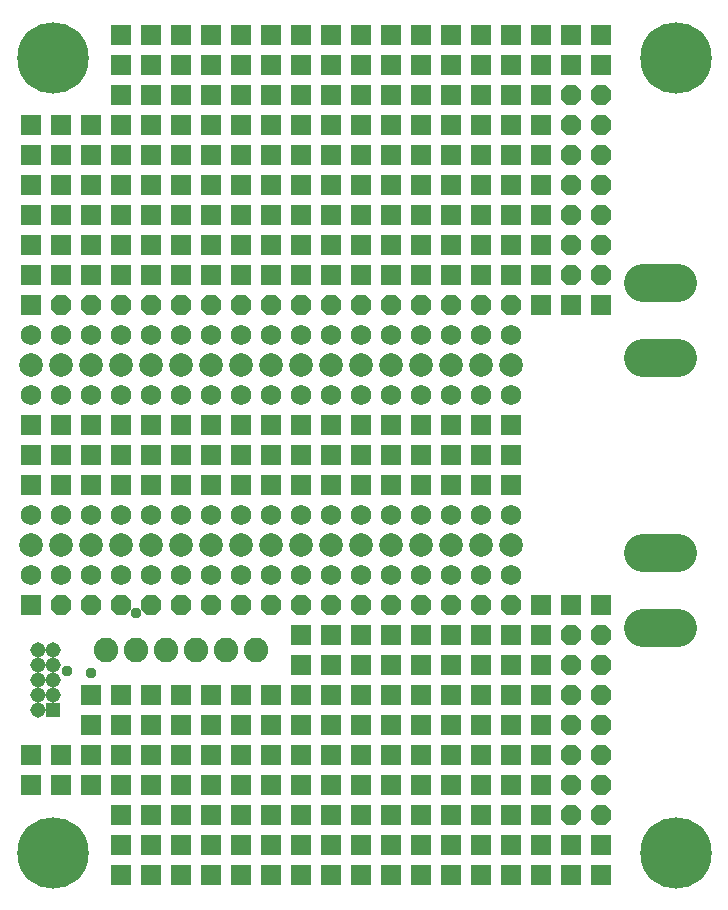
<source format=gbs>
G75*
%MOIN*%
%OFA0B0*%
%FSLAX24Y24*%
%IPPOS*%
%LPD*%
%AMOC8*
5,1,8,0,0,1.08239X$1,22.5*
%
%ADD10C,0.0789*%
%ADD11C,0.0682*%
%ADD12R,0.0680X0.0680*%
%ADD13OC8,0.0680*%
%ADD14C,0.1265*%
%ADD15C,0.2380*%
%ADD16R,0.0516X0.0516*%
%ADD17C,0.0516*%
%ADD18C,0.0820*%
%ADD19C,0.0370*%
D10*
X001050Y012050D03*
X002050Y012050D03*
X003050Y012050D03*
X004050Y012050D03*
X005050Y012050D03*
X006050Y012050D03*
X007050Y012050D03*
X008050Y012050D03*
X009050Y012050D03*
X010050Y012050D03*
X011050Y012050D03*
X012050Y012050D03*
X013050Y012050D03*
X014050Y012050D03*
X015050Y012050D03*
X016050Y012050D03*
X017050Y012050D03*
X017050Y018050D03*
X016050Y018050D03*
X015050Y018050D03*
X014050Y018050D03*
X013050Y018050D03*
X012050Y018050D03*
X011050Y018050D03*
X010050Y018050D03*
X009050Y018050D03*
X008050Y018050D03*
X007050Y018050D03*
X006050Y018050D03*
X005050Y018050D03*
X004050Y018050D03*
X003050Y018050D03*
X002050Y018050D03*
X001050Y018050D03*
D11*
X001050Y017050D03*
X002050Y017050D03*
X003050Y017050D03*
X004050Y017050D03*
X005050Y017050D03*
X006050Y017050D03*
X007050Y017050D03*
X008050Y017050D03*
X009050Y017050D03*
X010050Y017050D03*
X011050Y017050D03*
X012050Y017050D03*
X013050Y017050D03*
X014050Y017050D03*
X015050Y017050D03*
X016050Y017050D03*
X017050Y017050D03*
X017050Y019050D03*
X016050Y019050D03*
X015050Y019050D03*
X014050Y019050D03*
X013050Y019050D03*
X012050Y019050D03*
X011050Y019050D03*
X010050Y019050D03*
X009050Y019050D03*
X008050Y019050D03*
X007050Y019050D03*
X006050Y019050D03*
X005050Y019050D03*
X004050Y019050D03*
X003050Y019050D03*
X002050Y019050D03*
X001050Y019050D03*
X001050Y013050D03*
X002050Y013050D03*
X003050Y013050D03*
X004050Y013050D03*
X005050Y013050D03*
X006050Y013050D03*
X007050Y013050D03*
X008050Y013050D03*
X009050Y013050D03*
X010050Y013050D03*
X011050Y013050D03*
X012050Y013050D03*
X013050Y013050D03*
X014050Y013050D03*
X015050Y013050D03*
X016050Y013050D03*
X017050Y013050D03*
X017050Y011050D03*
X016050Y011050D03*
X015050Y011050D03*
X014050Y011050D03*
X013050Y011050D03*
X012050Y011050D03*
X011050Y011050D03*
X010050Y011050D03*
X009050Y011050D03*
X008050Y011050D03*
X007050Y011050D03*
X006050Y011050D03*
X005050Y011050D03*
X004050Y011050D03*
X003050Y011050D03*
X002050Y011050D03*
X001050Y011050D03*
D12*
X001050Y010050D03*
X003050Y007050D03*
X003050Y006050D03*
X003050Y005050D03*
X003050Y004050D03*
X002050Y004050D03*
X002050Y005050D03*
X001050Y005050D03*
X001050Y004050D03*
X004050Y004050D03*
X004050Y003050D03*
X004050Y002050D03*
X004050Y001050D03*
X005050Y001050D03*
X005050Y002050D03*
X005050Y003050D03*
X005050Y004050D03*
X005050Y005050D03*
X005050Y006050D03*
X005050Y007050D03*
X004050Y007050D03*
X004050Y006050D03*
X004050Y005050D03*
X006050Y005050D03*
X006050Y004050D03*
X006050Y003050D03*
X006050Y002050D03*
X006050Y001050D03*
X007050Y001050D03*
X007050Y002050D03*
X007050Y003050D03*
X007050Y004050D03*
X007050Y005050D03*
X007050Y006050D03*
X007050Y007050D03*
X006050Y007050D03*
X006050Y006050D03*
X008050Y006050D03*
X008050Y007050D03*
X009050Y007050D03*
X009050Y006050D03*
X009050Y005050D03*
X009050Y004050D03*
X009050Y003050D03*
X009050Y002050D03*
X009050Y001050D03*
X008050Y001050D03*
X008050Y002050D03*
X008050Y003050D03*
X008050Y004050D03*
X008050Y005050D03*
X010050Y005050D03*
X010050Y004050D03*
X010050Y003050D03*
X010050Y002050D03*
X010050Y001050D03*
X011050Y001050D03*
X011050Y002050D03*
X011050Y003050D03*
X011050Y004050D03*
X011050Y005050D03*
X011050Y006050D03*
X011050Y007050D03*
X011050Y008050D03*
X011050Y009050D03*
X010050Y009050D03*
X010050Y008050D03*
X010050Y007050D03*
X010050Y006050D03*
X012050Y006050D03*
X012050Y007050D03*
X012050Y008050D03*
X012050Y009050D03*
X013050Y009050D03*
X013050Y008050D03*
X013050Y007050D03*
X013050Y006050D03*
X013050Y005050D03*
X013050Y004050D03*
X013050Y003050D03*
X013050Y002050D03*
X013050Y001050D03*
X012050Y001050D03*
X012050Y002050D03*
X012050Y003050D03*
X012050Y004050D03*
X012050Y005050D03*
X014050Y005050D03*
X014050Y004050D03*
X014050Y003050D03*
X014050Y002050D03*
X014050Y001050D03*
X015050Y001050D03*
X015050Y002050D03*
X015050Y003050D03*
X015050Y004050D03*
X015050Y005050D03*
X015050Y006050D03*
X015050Y007050D03*
X015050Y008050D03*
X015050Y009050D03*
X014050Y009050D03*
X014050Y008050D03*
X014050Y007050D03*
X014050Y006050D03*
X016050Y006050D03*
X016050Y007050D03*
X016050Y008050D03*
X016050Y009050D03*
X017050Y009050D03*
X017050Y008050D03*
X017050Y007050D03*
X017050Y006050D03*
X017050Y005050D03*
X017050Y004050D03*
X017050Y003050D03*
X017050Y002050D03*
X017050Y001050D03*
X018050Y001050D03*
X018050Y002050D03*
X018050Y003050D03*
X018050Y004050D03*
X018050Y005050D03*
X018050Y006050D03*
X018050Y007050D03*
X018050Y008050D03*
X018050Y009050D03*
X018050Y010050D03*
X019050Y010050D03*
X020050Y010050D03*
X017050Y014050D03*
X017050Y015050D03*
X017050Y016050D03*
X016050Y016050D03*
X016050Y015050D03*
X016050Y014050D03*
X015050Y014050D03*
X015050Y015050D03*
X015050Y016050D03*
X014050Y016050D03*
X014050Y015050D03*
X014050Y014050D03*
X013050Y014050D03*
X013050Y015050D03*
X013050Y016050D03*
X012050Y016050D03*
X012050Y015050D03*
X012050Y014050D03*
X011050Y014050D03*
X011050Y015050D03*
X011050Y016050D03*
X010050Y016050D03*
X010050Y015050D03*
X010050Y014050D03*
X009050Y014050D03*
X009050Y015050D03*
X009050Y016050D03*
X008050Y016050D03*
X008050Y015050D03*
X008050Y014050D03*
X007050Y014050D03*
X007050Y015050D03*
X007050Y016050D03*
X006050Y016050D03*
X006050Y015050D03*
X006050Y014050D03*
X005050Y014050D03*
X005050Y015050D03*
X005050Y016050D03*
X004050Y016050D03*
X004050Y015050D03*
X004050Y014050D03*
X003050Y014050D03*
X003050Y015050D03*
X003050Y016050D03*
X002050Y016050D03*
X002050Y015050D03*
X002050Y014050D03*
X001050Y014050D03*
X001050Y015050D03*
X001050Y016050D03*
X001050Y020050D03*
X001050Y021050D03*
X001050Y022050D03*
X001050Y023050D03*
X001050Y024050D03*
X001050Y025050D03*
X001050Y026050D03*
X002050Y026050D03*
X002050Y025050D03*
X002050Y024050D03*
X002050Y023050D03*
X002050Y022050D03*
X002050Y021050D03*
X003050Y021050D03*
X003050Y022050D03*
X003050Y023050D03*
X003050Y024050D03*
X003050Y025050D03*
X003050Y026050D03*
X004050Y026050D03*
X004050Y025050D03*
X004050Y024050D03*
X004050Y023050D03*
X004050Y022050D03*
X004050Y021050D03*
X005050Y021050D03*
X005050Y022050D03*
X005050Y023050D03*
X005050Y024050D03*
X005050Y025050D03*
X005050Y026050D03*
X005050Y027050D03*
X005050Y028050D03*
X005050Y029050D03*
X004050Y029050D03*
X004050Y028050D03*
X004050Y027050D03*
X006050Y027050D03*
X006050Y026050D03*
X006050Y025050D03*
X006050Y024050D03*
X006050Y023050D03*
X006050Y022050D03*
X006050Y021050D03*
X007050Y021050D03*
X007050Y022050D03*
X007050Y023050D03*
X007050Y024050D03*
X007050Y025050D03*
X007050Y026050D03*
X007050Y027050D03*
X007050Y028050D03*
X007050Y029050D03*
X006050Y029050D03*
X006050Y028050D03*
X008050Y028050D03*
X008050Y029050D03*
X009050Y029050D03*
X009050Y028050D03*
X009050Y027050D03*
X009050Y026050D03*
X009050Y025050D03*
X009050Y024050D03*
X009050Y023050D03*
X009050Y022050D03*
X009050Y021050D03*
X008050Y021050D03*
X008050Y022050D03*
X008050Y023050D03*
X008050Y024050D03*
X008050Y025050D03*
X008050Y026050D03*
X008050Y027050D03*
X010050Y027050D03*
X010050Y026050D03*
X010050Y025050D03*
X010050Y024050D03*
X010050Y023050D03*
X010050Y022050D03*
X010050Y021050D03*
X011050Y021050D03*
X011050Y022050D03*
X011050Y023050D03*
X011050Y024050D03*
X011050Y025050D03*
X011050Y026050D03*
X011050Y027050D03*
X011050Y028050D03*
X011050Y029050D03*
X010050Y029050D03*
X010050Y028050D03*
X012050Y028050D03*
X012050Y029050D03*
X013050Y029050D03*
X013050Y028050D03*
X013050Y027050D03*
X013050Y026050D03*
X013050Y025050D03*
X013050Y024050D03*
X013050Y023050D03*
X013050Y022050D03*
X013050Y021050D03*
X012050Y021050D03*
X012050Y022050D03*
X012050Y023050D03*
X012050Y024050D03*
X012050Y025050D03*
X012050Y026050D03*
X012050Y027050D03*
X014050Y027050D03*
X014050Y026050D03*
X014050Y025050D03*
X014050Y024050D03*
X014050Y023050D03*
X014050Y022050D03*
X014050Y021050D03*
X015050Y021050D03*
X015050Y022050D03*
X015050Y023050D03*
X015050Y024050D03*
X015050Y025050D03*
X015050Y026050D03*
X015050Y027050D03*
X015050Y028050D03*
X015050Y029050D03*
X014050Y029050D03*
X014050Y028050D03*
X016050Y028050D03*
X016050Y029050D03*
X017050Y029050D03*
X017050Y028050D03*
X017050Y027050D03*
X017050Y026050D03*
X017050Y025050D03*
X017050Y024050D03*
X017050Y023050D03*
X017050Y022050D03*
X017050Y021050D03*
X018050Y021050D03*
X018050Y020050D03*
X019050Y020050D03*
X020050Y020050D03*
X018050Y022050D03*
X018050Y023050D03*
X018050Y024050D03*
X018050Y025050D03*
X018050Y026050D03*
X018050Y027050D03*
X018050Y028050D03*
X018050Y029050D03*
X019050Y029050D03*
X019050Y028050D03*
X020050Y028050D03*
X020050Y029050D03*
X016050Y027050D03*
X016050Y026050D03*
X016050Y025050D03*
X016050Y024050D03*
X016050Y023050D03*
X016050Y022050D03*
X016050Y021050D03*
X016050Y005050D03*
X016050Y004050D03*
X016050Y003050D03*
X016050Y002050D03*
X016050Y001050D03*
X019050Y001050D03*
X019050Y002050D03*
X020050Y002050D03*
X020050Y001050D03*
D13*
X020050Y003050D03*
X020050Y004050D03*
X020050Y005050D03*
X020050Y006050D03*
X020050Y007050D03*
X020050Y008050D03*
X020050Y009050D03*
X019050Y009050D03*
X019050Y008050D03*
X019050Y007050D03*
X019050Y006050D03*
X019050Y005050D03*
X019050Y004050D03*
X019050Y003050D03*
X017050Y010050D03*
X016050Y010050D03*
X015050Y010050D03*
X014050Y010050D03*
X013050Y010050D03*
X012050Y010050D03*
X011050Y010050D03*
X010050Y010050D03*
X009050Y010050D03*
X008050Y010050D03*
X007050Y010050D03*
X006050Y010050D03*
X005050Y010050D03*
X004050Y010050D03*
X003050Y010050D03*
X002050Y010050D03*
X002050Y020050D03*
X003050Y020050D03*
X004050Y020050D03*
X005050Y020050D03*
X006050Y020050D03*
X007050Y020050D03*
X008050Y020050D03*
X009050Y020050D03*
X010050Y020050D03*
X011050Y020050D03*
X012050Y020050D03*
X013050Y020050D03*
X014050Y020050D03*
X015050Y020050D03*
X016050Y020050D03*
X017050Y020050D03*
X019050Y021050D03*
X019050Y022050D03*
X019050Y023050D03*
X019050Y024050D03*
X019050Y025050D03*
X019050Y026050D03*
X019050Y027050D03*
X020050Y027050D03*
X020050Y026050D03*
X020050Y025050D03*
X020050Y024050D03*
X020050Y023050D03*
X020050Y022050D03*
X020050Y021050D03*
D14*
X021458Y020800D02*
X022643Y020800D01*
X022643Y018300D02*
X021458Y018300D01*
X021458Y011800D02*
X022643Y011800D01*
X022643Y009300D02*
X021458Y009300D01*
D15*
X001800Y001800D03*
X022550Y001800D03*
X022550Y028300D03*
X001800Y028300D03*
D16*
X001800Y006550D03*
D17*
X001800Y007050D03*
X001800Y007550D03*
X001800Y008050D03*
X001800Y008550D03*
X001300Y008550D03*
X001300Y008050D03*
X001300Y007550D03*
X001300Y007050D03*
X001300Y006550D03*
D18*
X003550Y008550D03*
X004550Y008550D03*
X005550Y008550D03*
X006550Y008550D03*
X007550Y008550D03*
X008550Y008550D03*
D19*
X004550Y009800D03*
X003050Y007800D03*
X002250Y007850D03*
M02*

</source>
